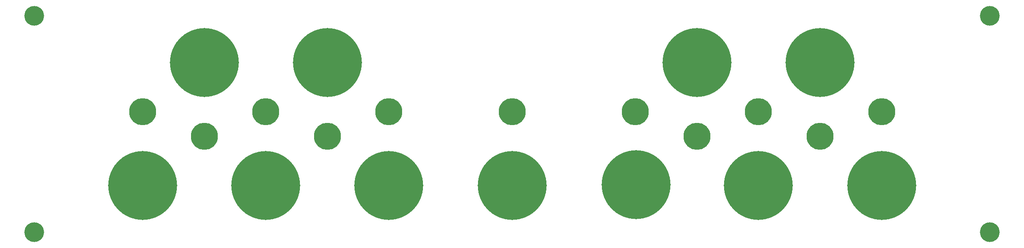
<source format=gbr>
G04 #@! TF.GenerationSoftware,KiCad,Pcbnew,(6.0.5)*
G04 #@! TF.CreationDate,2022-06-09T22:13:04-05:00*
G04 #@! TF.ProjectId,KosmoPulsePanel,4b6f736d-6f50-4756-9c73-6550616e656c,rev?*
G04 #@! TF.SameCoordinates,Original*
G04 #@! TF.FileFunction,Soldermask,Bot*
G04 #@! TF.FilePolarity,Negative*
%FSLAX46Y46*%
G04 Gerber Fmt 4.6, Leading zero omitted, Abs format (unit mm)*
G04 Created by KiCad (PCBNEW (6.0.5)) date 2022-06-09 22:13:04*
%MOMM*%
%LPD*%
G01*
G04 APERTURE LIST*
%ADD10C,5.500000*%
%ADD11C,14.000000*%
%ADD12C,4.000000*%
G04 APERTURE END LIST*
D10*
X112500000Y-127500000D03*
X75000000Y-122500000D03*
D11*
X225000000Y-137500000D03*
X87500000Y-112500000D03*
X75000000Y-137500000D03*
X112500000Y-112500000D03*
X187500000Y-112500000D03*
X100000000Y-137500000D03*
D10*
X212500000Y-127500000D03*
X87500000Y-127500000D03*
X125000000Y-122500000D03*
D12*
X53000000Y-103000000D03*
D11*
X175200000Y-137300000D03*
D10*
X187500000Y-127500000D03*
D12*
X53000000Y-147000000D03*
D10*
X225000000Y-122500000D03*
X150000000Y-122500000D03*
X200000000Y-122500000D03*
D11*
X200000000Y-137500000D03*
X125000000Y-137500000D03*
X212500000Y-112500000D03*
D10*
X100000000Y-122500000D03*
X175000000Y-122500000D03*
D11*
X150000000Y-137500000D03*
D12*
X247000000Y-103000000D03*
X247000000Y-147000000D03*
M02*

</source>
